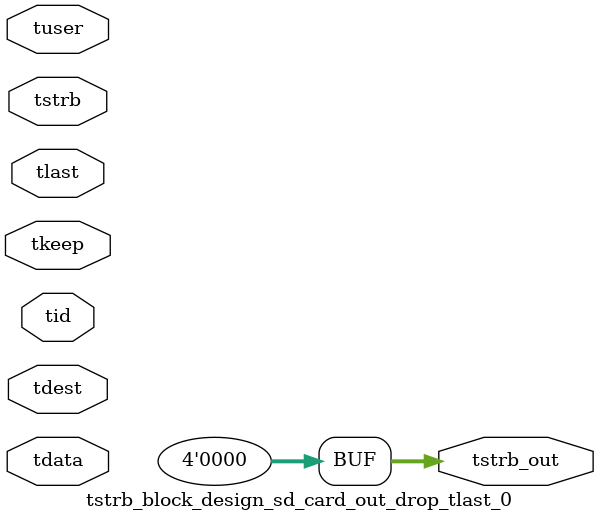
<source format=v>


`timescale 1ps/1ps

module tstrb_block_design_sd_card_out_drop_tlast_0 #
(
parameter C_S_AXIS_TDATA_WIDTH = 32,
parameter C_S_AXIS_TUSER_WIDTH = 0,
parameter C_S_AXIS_TID_WIDTH   = 0,
parameter C_S_AXIS_TDEST_WIDTH = 0,
parameter C_M_AXIS_TDATA_WIDTH = 32
)
(
input  [(C_S_AXIS_TDATA_WIDTH == 0 ? 1 : C_S_AXIS_TDATA_WIDTH)-1:0     ] tdata,
input  [(C_S_AXIS_TUSER_WIDTH == 0 ? 1 : C_S_AXIS_TUSER_WIDTH)-1:0     ] tuser,
input  [(C_S_AXIS_TID_WIDTH   == 0 ? 1 : C_S_AXIS_TID_WIDTH)-1:0       ] tid,
input  [(C_S_AXIS_TDEST_WIDTH == 0 ? 1 : C_S_AXIS_TDEST_WIDTH)-1:0     ] tdest,
input  [(C_S_AXIS_TDATA_WIDTH/8)-1:0 ] tkeep,
input  [(C_S_AXIS_TDATA_WIDTH/8)-1:0 ] tstrb,
input                                                                    tlast,
output [(C_M_AXIS_TDATA_WIDTH/8)-1:0 ] tstrb_out
);

assign tstrb_out = {1'b0};

endmodule


</source>
